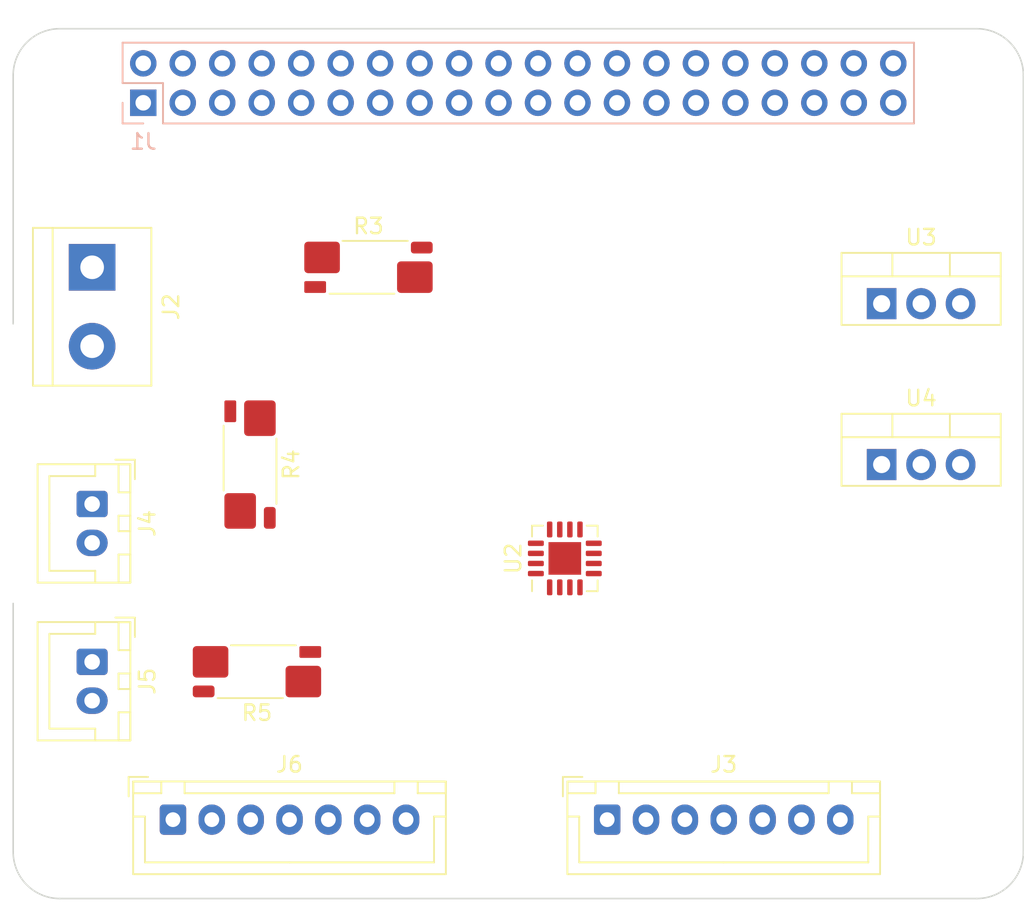
<source format=kicad_pcb>
(kicad_pcb (version 20211014) (generator pcbnew)
  (title_block (date "15 nov 2012"))
  (layers (0 "F.Cu" signal) (31 "B.Cu" signal) (34 "B.Paste" user) (35 "F.Paste" user) (36 "B.SilkS" user "B.Silkscreen") (37 "F.SilkS" user "F.Silkscreen") (38 "B.Mask" user) (39 "F.Mask" user) (44 "Edge.Cuts" user))
  (net 0 "")
  (net 1 "GND")
  (net 2 "/GPIO[2]{slash}SDA1")
  (net 3 "/GPIO[3]{slash}SCL1")
  (net 4 "/GPIO[4]{slash}GPCLK0")
  (net 5 "/GPIO[14]{slash}TXD0")
  (net 6 "/GPIO[15]{slash}RXD0")
  (net 7 "/DRV_ENA")
  (net 8 "/GPIO[18]{slash}PCM.CLK")
  (net 9 "/DRV_IN_1")
  (net 10 "/GPIO[22]")
  (net 11 "/GPIO[23]")
  (net 12 "/GPIO[24]")
  (net 13 "/GPIO[10]{slash}SPI0.MOSI")
  (net 14 "/GPIO[9]{slash}SPI0.MISO")
  (net 15 "/GPIO[25]")
  (net 16 "/GPIO[11]{slash}SPI0.SCLK")
  (net 17 "/GPIO[8]{slash}SPI0.CE0")
  (net 18 "/GPIO[7]{slash}SPI0.CE1")
  (net 19 "/ID_SDA")
  (net 20 "/ID_SCL")
  (net 21 "/GPIO[5]")
  (net 22 "/GPIO[6]")
  (net 23 "/GPIO[12]{slash}PWM0")
  (net 24 "/DRV_IN_3_2")
  (net 25 "/DRV_IN_4_2")
  (net 26 "/GPIO[16]")
  (net 27 "/DRV_ENB_2")
  (net 28 "/GPIO[20]{slash}PCM.DIN")
  (net 29 "/GPIO[21]{slash}PCM.DOUT")
  (net 30 "+5V")
  (net 31 "+3V3")
  (net 32 "Net-(J2-Pad1)")
  (net 33 "Net-(J4-Pad1)")
  (net 34 "Net-(J5-Pad1)")
  (net 35 "Net-(R3-Pad2)")
  (net 36 "Net-(R3-Pad3)")
  (net 37 "Net-(R3-Pad4)")
  (net 38 "Net-(R4-Pad2)")
  (net 39 "Net-(R4-Pad3)")
  (net 40 "Net-(R5-Pad2)")
  (net 41 "Net-(R5-Pad3)")
  (footprint "Package_DFN_QFN:Texas_RGV_S-PVQFN-N16_EP2.1x2.1mm" (layer "F.Cu") (at 135.494 78.102 90)
    (fp_text reference "U2" (at 0 -3.32 90) (layer "F.SilkS"))
    (fp_text value "INA3221")
    (fp_line (start -1.41 2.11) (end -2.11 2.11) (layer "F.SilkS") (width 0.12))
    (fp_line (start -2.11 2.11) (end -2.11 1.41) (layer "F.SilkS") (width 0.12))
    (fp_line (start 2.11 -2.11) (end 2.11 -1.41) (layer "F.SilkS") (width 0.12))
    (fp_line (start 1.41 -2.11) (end 2.11 -2.11) (layer "F.SilkS") (width 0.12))
    (fp_line (start 1.41 2.11) (end 2.11 2.11) (layer "F.SilkS") (width 0.12))
    (fp_line (start -1.41 -2.11) (end -2.11 -2.11) (layer "F.SilkS") (width 0.12))
    (fp_line (start 2.11 2.11) (end 2.11 1.41) (layer "F.SilkS") (width 0.12))
    (pad "1" smd roundrect (at -1.8625 -0.975 90) (size 1.025 0.35) (layers "F.Cu" "F.Paste" "F.Mask") (net 36 "Net-(R3-Pad3)"))
    (pad "2" smd roundrect (at -1.8625 -0.325 90) (size 1.025 0.35) (layers "F.Cu" "F.Paste" "F.Mask") (net 35 "Net-(R3-Pad2)"))
    (pad "3" smd roundrect (at -1.8625 0.325 90) (size 1.025 0.35) (layers "F.Cu" "F.Paste" "F.Mask") (net 1 "GND"))
    (pad "4" smd roundrect (at -1.8625 0.975 90) (size 1.025 0.35) (layers "F.Cu" "F.Paste" "F.Mask"))
    (pad "5" smd roundrect (at -0.975 1.8625 90) (size 0.35 1.025) (layers "F.Cu" "F.Paste" "F.Mask"))
    (pad "6" smd roundrect (at -0.325 1.8625 90) (size 0.35 1.025) (layers "F.Cu" "F.Paste" "F.Mask"))
    (pad "7" smd roundrect (at 0.325 1.8625 90) (size 0.35 1.025) (layers "F.Cu" "F.Paste" "F.Mask"))
    (pad "8" smd roundrect (at 0.975 1.8625 90) (size 0.35 1.025) (layers "F.Cu" "F.Paste" "F.Mask"))
    (pad "9" smd roundrect (at 1.8625 0.975 90) (size 1.025 0.35) (layers "F.Cu" "F.Paste" "F.Mask"))
    (pad "10" smd roundrect (at 1.8625 0.325 90) (size 1.025 0.35) (layers "F.Cu" "F.Paste" "F.Mask"))
    (pad "11" smd roundrect (at 1.8625 -0.325 90) (size 1.025 0.35) (layers "F.Cu" "F.Paste" "F.Mask") (net 39 "Net-(R4-Pad3)"))
    (pad "12" smd roundrect (at 1.8625 -0.975 90) (size 1.025 0.35) (layers "F.Cu" "F.Paste" "F.Mask") (net 38 "Net-(R4-Pad2)"))
    (pad "13" smd roundrect (at 0.975 -1.8625 90) (size 0.35 1.025) (layers "F.Cu" "F.Paste" "F.Mask"))
    (pad "14" smd roundrect (at 0.325 -1.8625 90) (size 0.35 1.025) (layers "F.Cu" "F.Paste" "F.Mask") (net 41 "Net-(R5-Pad3)"))
    (pad "15" smd roundrect (at -0.325 -1.8625 90) (size 0.35 1.025) (layers "F.Cu" "F.Paste" "F.Mask") (net 40 "Net-(R5-Pad2)"))
    (pad "16" smd roundrect (at -0.975 -1.8625 90) (size 0.35 1.025) (layers "F.Cu" "F.Paste" "F.Mask") (net 32 "Net-(J2-Pad1)"))
    (pad "17" smd rect (at 0 0 90) (size 2.1 2.1) (layers "F.Cu" "F.Mask"))
  )
  (footprint "MountingHole:MountingHole_2.7mm_M2.5" (layer "F.Cu") (at 161.5 47.5)
    (fp_text reference "MH2" hide)
    (fp_text value "MountingHole_2.7mm_M2.5" hide)
    (pad "" np_thru_hole circle locked (at 0 0) (size 2.7 2.7) (drill 2.7) (layers *.Cu *.Mask))
  )
  (footprint "Resistor_SMD:R_Shunt_Vishay_WSK2512_6332Metric_T1.19mm" (layer "F.Cu") (at 115.685 85.395 180)
    (fp_text reference "R5" (at 0 -2.65) (layer "F.SilkS"))
    (fp_text value "R_Shunt")
    (fp_line (start -2.5 1.7) (end 1.67 1.7) (layer "F.SilkS") (width 0.12))
    (fp_line (start -1.67 -1.7) (end 2.53 -1.7) (layer "F.SilkS") (width 0.12))
    (pad "1" smd roundrect (at -2.985 -0.635 180) (size 2.29 2.03) (layers "F.Cu" "F.Paste" "F.Mask") (roundrect_rratio 0.12) (net 32 "Net-(J2-Pad1)"))
    (pad "2" smd roundrect (at -3.43 1.27 180) (size 1.4 0.76) (layers "F.Cu" "F.Paste" "F.Mask") (roundrect_rratio 0.12) (net 40 "Net-(R5-Pad2)"))
    (pad "3" smd roundrect (at 3.43 -1.27 180) (size 1.4 0.76) (layers "F.Cu" "F.Paste" "F.Mask") (net 41 "Net-(R5-Pad3)"))
    (pad "4" smd roundrect (at 2.985 0.635 180) (size 2.29 2.03) (layers "F.Cu" "F.Paste" "F.Mask") (roundrect_rratio 0.12) (net 34 "Net-(J5-Pad1)"))
  )
  (footprint "Resistor_SMD:R_Shunt_Vishay_WSK2512_6332Metric_T1.19mm" (layer "F.Cu") (at 122.86 59.36)
    (fp_text reference "R3" (at 0 -2.65) (layer "F.SilkS"))
    (fp_text value "R_Shunt")
    (fp_line (start -1.67 -1.7) (end 2.53 -1.7) (layer "F.SilkS") (width 0.12))
    (fp_line (start -2.5 1.7) (end 1.67 1.7) (layer "F.SilkS") (width 0.12))
    (pad "1" smd roundrect (at -2.985 -0.635) (size 2.29 2.03) (layers "F.Cu" "F.Paste" "F.Mask") (roundrect_rratio 0.12) (net 32 "Net-(J2-Pad1)"))
    (pad "2" smd roundrect (at -3.43 1.27) (size 1.4 0.76) (layers "F.Cu" "F.Paste" "F.Mask") (roundrect_rratio 0.12) (net 35 "Net-(R3-Pad2)"))
    (pad "3" smd roundrect (at 3.43 -1.27) (size 1.4 0.76) (layers "F.Cu" "F.Paste" "F.Mask") (net 36 "Net-(R3-Pad3)"))
    (pad "4" smd roundrect (at 2.985 0.635) (size 2.29 2.03) (layers "F.Cu" "F.Paste" "F.Mask") (roundrect_rratio 0.12) (net 37 "Net-(R3-Pad4)"))
  )
  (footprint "Connector_JST:JST_XH_B2B-XH-A_1x02_P2.50mm_Vertical" (layer "F.Cu") (at 105.08 74.6 -90)
    (fp_text reference "J4" (at 1.25 -3.55 90) (layer "F.SilkS"))
    (fp_text value "Conn_01x02")
    (fp_line (start 5.06 3.51) (end 5.06 -2.46) (layer "F.SilkS") (width 0.12))
    (fp_line (start -2.85 -2.75) (end -2.85 -1.5) (layer "F.SilkS") (width 0.12))
    (fp_line (start 5.06 -2.46) (end -2.56 -2.46) (layer "F.SilkS") (width 0.12))
    (fp_line (start -0.75 -1.7) (end -0.75 -2.45) (layer "F.SilkS") (width 0.12))
    (fp_line (start 3.25 -2.45) (end 3.25 -1.7) (layer "F.SilkS") (width 0.12))
    (fp_line (start 4.3 2.75) (end 1.25 2.75) (layer "F.SilkS") (width 0.12))
    (fp_line (start 3.25 -1.7) (end 5.05 -1.7) (layer "F.SilkS") (width 0.12))
    (fp_line (start -2.56 -2.46) (end -2.56 3.51) (layer "F.SilkS") (width 0.12))
    (fp_line (start 0.75 -2.45) (end 0.75 -1.7) (layer "F.SilkS") (width 0.12))
    (fp_line (start -2.55 -0.2) (end -1.8 -0.2) (layer "F.SilkS") (width 0.12))
    (fp_line (start -1.8 2.75) (end 1.25 2.75) (layer "F.SilkS") (width 0.12))
    (fp_line (start 5.05 -0.2) (end 4.3 -0.2) (layer "F.SilkS") (width 0.12))
    (fp_line (start 4.3 -0.2) (end 4.3 2.75) (layer "F.SilkS") (width 0.12))
    (fp_line (start 1.75 -2.45) (end 0.75 -2.45) (layer "F.SilkS") (width 0.12))
    (fp_line (start 1.75 -1.7) (end 1.75 -2.45) (layer "F.SilkS") (width 0.12))
    (fp_line (start -2.55 -2.45) (end -2.55 -1.7) (layer "F.SilkS") (width 0.12))
    (fp_line (start -2.55 -1.7) (end -0.75 -1.7) (layer "F.SilkS") (width 0.12))
    (fp_line (start -1.8 -0.2) (end -1.8 2.75) (layer "F.SilkS") (width 0.12))
    (fp_line (start -2.56 3.51) (end 5.06 3.51) (layer "F.SilkS") (width 0.12))
    (fp_line (start -0.75 -2.45) (end -2.55 -2.45) (layer "F.SilkS") (width 0.12))
    (fp_line (start 0.75 -1.7) (end 1.75 -1.7) (layer "F.SilkS") (width 0.12))
    (fp_line (start 5.05 -2.45) (end 3.25 -2.45) (layer "F.SilkS") (width 0.12))
    (fp_line (start -1.6 -2.75) (end -2.85 -2.75) (layer "F.SilkS") (width 0.12))
    (fp_line (start 5.05 -1.7) (end 5.05 -2.45) (layer "F.SilkS") (width 0.12))
    (pad "1" thru_hole roundrect (at 0 0 270) (size 1.7 2) (drill 1) (layers *.Cu *.Mask) (roundrect_rratio 0.147059) (net 33 "Net-(J4-Pad1)"))
    (pad "2" thru_hole oval (at 2.5 0 270) (size 1.7 2) (drill 1) (layers *.Cu *.Mask) (net 1 "GND"))
  )
  (footprint "Resistor_SMD:R_Shunt_Vishay_WSK2512_6332Metric_T1.19mm" (layer "F.Cu") (at 115.24 72.06 -90)
    (fp_text reference "R4" (at 0 -2.65 90) (layer "F.SilkS"))
    (fp_text value "R_Shunt")
    (fp_line (start -2.5 1.7) (end 1.67 1.7) (layer "F.SilkS") (width 0.12))
    (fp_line (start -1.67 -1.7) (end 2.53 -1.7) (layer "F.SilkS") (width 0.12))
    (pad "1" smd roundrect (at -2.985 -0.635 270) (size 2.29 2.03) (layers "F.Cu" "F.Paste" "F.Mask") (roundrect_rratio 0.12) (net 32 "Net-(J2-Pad1)"))
    (pad "2" smd roundrect (at -3.43 1.27 270) (size 1.4 0.76) (layers "F.Cu" "F.Paste" "F.Mask") (roundrect_rratio 0.12) (net 38 "Net-(R4-Pad2)"))
    (pad "3" smd roundrect (at 3.43 -1.27 270) (size 1.4 0.76) (layers "F.Cu" "F.Paste" "F.Mask") (net 39 "Net-(R4-Pad3)"))
    (pad "4" smd roundrect (at 2.985 0.635 270) (size 2.29 2.03) (layers "F.Cu" "F.Paste" "F.Mask") (roundrect_rratio 0.12) (net 33 "Net-(J4-Pad1)"))
  )
  (footprint "MountingHole:MountingHole_2.7mm_M2.5" (layer "F.Cu") (at 103.5 96.5)
    (fp_text reference "MH3" hide)
    (fp_text value "MountingHole_2.7mm_M2.5" hide)
    (pad "" np_thru_hole circle locked (at 0 0) (size 2.7 2.7) (drill 2.7) (layers *.Cu *.Mask))
  )
  (footprint "MountingHole:MountingHole_2.7mm_M2.5" (layer "F.Cu") (at 103.5 47.5)
    (fp_text reference "MH1" hide)
    (fp_text value "MountingHole_2.7mm_M2.5" hide)
    (pad "" np_thru_hole circle locked (at 0 0) (size 2.7 2.7) (drill 2.7) (layers *.Cu *.Mask))
  )
  (footprint "Package_TO_SOT_THT:TO-220-3_Vertical" (layer "F.Cu") (at 155.88 72.06)
    (fp_text reference "U4" (at 2.54 -4.27) (layer "F.SilkS"))
    (fp_text value "LM7805_TO220")
    (fp_line (start 0.69 -3.27) (end 0.69 -1.76) (layer "F.SilkS") (width 0.12))
    (fp_line (start -2.58 -3.27) (end 7.66 -3.27) (layer "F.SilkS") (width 0.12))
    (fp_line (start 7.66 -3.27) (end 7.66 1.371) (layer "F.SilkS") (width 0.12))
    (fp_line (start 4.391 -3.27) (end 4.391 -1.76) (layer "F.SilkS") (width 0.12))
    (fp_line (start -2.58 -1.76) (end 7.66 -1.76) (layer "F.SilkS") (width 0.12))
    (fp_line (start -2.58 -3.27) (end -2.58 1.371) (layer "F.SilkS") (width 0.12))
    (fp_line (start -2.58 1.371) (end 7.66 1.371) (layer "F.SilkS") (width 0.12))
    (pad "1" thru_hole rect (at 0 0) (size 1.905 2) (drill 1.1) (layers *.Cu *.Mask) (net 37 "Net-(R3-Pad4)"))
    (pad "2" thru_hole oval (at 2.54 0) (size 1.905 2) (drill 1.1) (layers *.Cu *.Mask) (net 1 "GND"))
    (pad "3" thru_hole oval (at 5.08 0) (size 1.905 2) (drill 1.1) (layers *.Cu *.Mask) (net 30 "+5V"))
  )
  (footprint "Package_TO_SOT_THT:TO-220-3_Vertical" (layer "F.Cu") (at 155.88 61.702)
    (fp_text reference "U3" (at 2.54 -4.27) (layer "F.SilkS"))
    (fp_text value "LM7805_TO220")
    (fp_line (start -2.58 -3.27) (end 7.66 -3.27) (layer "F.SilkS") (width 0.12))
    (fp_line (start -2.58 -1.76) (end 7.66 -1.76) (layer "F.SilkS") (width 0.12))
    (fp_line (start 0.69 -3.27) (end 0.69 -1.76) (layer "F.SilkS") (width 0.12))
    (fp_line (start 7.66 -3.27) (end 7.66 1.371) (layer "F.SilkS") (width 0.12))
    (fp_line (start -2.58 1.371) (end 7.66 1.371) (layer "F.SilkS") (width 0.12))
    (fp_line (start -2.58 -3.27) (end -2.58 1.371) (layer "F.SilkS") (width 0.12))
    (fp_line (start 4.391 -3.27) (end 4.391 -1.76) (layer "F.SilkS") (width 0.12))
    (pad "1" thru_hole rect (at 0 0) (size 1.905 2) (drill 1.1) (layers *.Cu *.Mask) (net 37 "Net-(R3-Pad4)"))
    (pad "2" thru_hole oval (at 2.54 0) (size 1.905 2) (drill 1.1) (layers *.Cu *.Mask) (net 1 "GND"))
    (pad "3" thru_hole oval (at 5.08 0) (size 1.905 2) (drill 1.1) (layers *.Cu *.Mask) (net 30 "+5V"))
  )
  (footprint "MountingHole:MountingHole_2.7mm_M2.5" (layer "F.Cu") (at 161.5 96.5)
    (fp_text reference "MH4" hide)
    (fp_text value "MountingHole_2.7mm_M2.5" hide)
    (pad "" np_thru_hole circle locked (at 0 0) (size 2.7 2.7) (drill 2.7) (layers *.Cu *.Mask))
  )
  (footprint "Connector_JST:JST_XH_B7B-XH-A_1x07_P2.50mm_Vertical" (layer "F.Cu") (at 138.22 94.92)
    (fp_text reference "J3" (at 7.5 -3.55) (layer "F.SilkS"))
    (fp_text value "Conn_01x07")
    (fp_line (start 17.55 -1.7) (end 17.55 -2.45) (layer "F.SilkS") (width 0.12))
    (fp_line (start 0.75 -2.45) (end 0.75 -1.7) (layer "F.SilkS") (width 0.12))
    (fp_line (start -2.56 3.51) (end 17.56 3.51) (layer "F.SilkS") (width 0.12))
    (fp_line (start -2.55 -1.7) (end -0.75 -1.7) (layer "F.SilkS") (width 0.12))
    (fp_line (start -2.55 -0.2) (end -1.8 -0.2) (layer "F.SilkS") (width 0.12))
    (fp_line (start -2.55 -2.45) (end -2.55 -1.7) (layer "F.SilkS") (width 0.12))
    (fp_line (start 17.55 -0.2) (end 16.8 -0.2) (layer "F.SilkS") (width 0.12))
    (fp_line (start 14.25 -2.45) (end 0.75 -2.45) (layer "F.SilkS") (width 0.12))
    (fp_line (start 17.56 -2.46) (end -2.56 -2.46) (layer "F.SilkS") (width 0.12))
    (fp_line (start -2.85 -2.75) (end -2.85 -1.5) (layer "F.SilkS") (width 0.12))
    (fp_line (start 17.56 3.51) (end 17.56 -2.46) (layer "F.SilkS") (width 0.12))
    (fp_line (start 15.75 -2.45) (end 15.75 -1.7) (layer "F.SilkS") (width 0.12))
    (fp_line (start -1.6 -2.75) (end -2.85 -2.75) (layer "F.SilkS") (width 0.12))
    (fp_line (start -0.75 -1.7) (end -0.75 -2.45) (layer "F.SilkS") (width 0.12))
    (fp_line (start 16.8 -0.2) (end 16.8 2.75) (layer "F.SilkS") (width 0.12))
    (fp_line (start -2.56 -2.46) (end -2.56 3.51) (layer "F.SilkS") (width 0.12))
    (fp_line (start 16.8 2.75) (end 7.5 2.75) (layer "F.SilkS") (width 0.12))
    (fp_line (start -1.8 2.75) (end 7.5 2.75) (layer "F.SilkS") (width 0.12))
    (fp_line (start -1.8 -0.2) (end -1.8 2.75) (layer "F.SilkS") (width 0.12))
    (fp_line (start 15.75 -1.7) (end 17.55 -1.7) (layer "F.SilkS") (width 0.12))
    (fp_line (start 0.75 -1.7) (end 14.25 -1.7) (layer "F.SilkS") (width 0.12))
    (fp_line (start 14.25 -1.7) (end 14.25 -2.45) (layer "F.SilkS") (width 0.12))
    (fp_line (start -0.75 -2.45) (end -2.55 -2.45) (layer "F.SilkS") (width 0.12))
    (fp_line (start 17.55 -2.45) (end 15.75 -2.45) (layer "F.SilkS") (width 0.12))
    (pad "1" thru_hole roundrect (at 0 0) (size 1.7 1.95) (drill 0.95) (layers *.Cu *.Mask) (roundrect_rratio 0.147059) (net 7 "/DRV_ENA"))
    (pad "2" thru_hole oval (at 2.5 0) (size 1.7 1.95) (drill 0.95) (layers *.Cu *.Mask) (net 9 "/DRV_IN_1"))
    (pad "3" thru_hole oval (at 5 0) (size 1.7 1.95) (drill 0.95) (layers *.Cu *.Mask) (net 10 "/GPIO[22]"))
    (pad "4" thru_hole oval (at 7.5 0) (size 1.7 1.95) (drill 0.95) (layers *.Cu *.Mask) (net 13 "/GPIO[10]{slash}SPI0.MOSI"))
    (pad "5" thru_hole oval (at 10 0) (size 1.7 1.95) (drill 0.95) (layers *.Cu *.Mask) (net 14 "/GPIO[9]{slash}SPI0.MISO"))
    (pad "6" thru_hole oval (at 12.5 0) (size 1.7 1.95) (drill 0.95) (layers *.Cu *.Mask) (net 16 "/GPIO[11]{slash}SPI0.SCLK"))
    (pad "7" thru_hole oval (at 15 0) (size 1.7 1.95) (drill 0.95) (layers *.Cu *.Mask) (net 1 "GND"))
  )
  (footprint "TerminalBlock:TerminalBlock_bornier-2_P5.08mm" (layer "F.Cu") (at 105.08 59.36 -90)
    (fp_text reference "J2" (at 2.54 -5.08 90) (layer "F.SilkS"))
    (fp_text value "Conn_01x02")
    (fp_line (start 7.62 -3.81) (end -2.54 -3.81) (layer "F.SilkS") (width 0.12))
    (fp_line (start -2.54 3.81) (end 7.62 3.81) (layer "F.SilkS") (width 0.12))
    (fp_line (start 7.62 2.54) (end -2.54 2.54) (layer "F.SilkS") (width 0.12))
    (fp_line (start -2.54 -3.81) (end -2.54 3.81) (layer "F.SilkS") (width 0.12))
    (fp_line (start 7.62 3.81) (end 7.62 -3.81) (layer "F.SilkS") (width 0.12))
    (pad "1" thru_hole rect (at 0 0 270) (size 3 3) (drill 1.52) (layers *.Cu *.Mask) (net 32 "Net-(J2-Pad1)"))
    (pad "2" thru_hole circle (at 5.08 0 270) (size 3 3) (drill 1.52) (layers *.Cu *.Mask) (net 1 "GND"))
  )
  (footprint "Connector_JST:JST_XH_B7B-XH-A_1x07_P2.50mm_Vertical" (layer "F.Cu") (at 110.28 94.92)
    (fp_text reference "J6" (at 7.5 -3.55) (layer "F.SilkS"))
    (fp_text value "Conn_01x07")
    (fp_line (start 17.55 -1.7) (end 17.55 -2.45) (layer "F.SilkS") (width 0.12))
    (fp_line (start 0.75 -2.45) (end 0.75 -1.7) (layer "F.SilkS") (width 0.12))
    (fp_line (start -2.55 -2.45) (end -2.55 -1.7) (layer "F.SilkS") (width 0.12))
    (fp_line (start 17.56 -2.46) (end -2.56 -2.46) (layer "F.SilkS") (width 0.12))
    (fp_line (start -2.55 -1.7) (end -0.75 -1.7) (layer "F.SilkS") (width 0.12))
    (fp_line (start -2.85 -2.75) (end -2.85 -1.5) (layer "F.SilkS") (width 0.12))
    (fp_line (start 15.75 -2.45) (end 15.75 -1.7) (layer "F.SilkS") (width 0.12))
    (fp_line (start -2.56 3.51) (end 17.56 3.51) (layer "F.SilkS") (width 0.12))
    (fp_line (start -2.55 -0.2) (end -1.8 -0.2) (layer "F.SilkS") (width 0.12))
    (fp_line (start -1.8 -0.2) (end -1.8 2.75) (layer "F.SilkS") (width 0.12))
    (fp_line (start 16.8 2.75) (end 7.5 2.75) (layer "F.SilkS") (width 0.12))
    (fp_line (start 17.56 3.51) (end 17.56 -2.46) (layer "F.SilkS") (width 0.12))
    (fp_line (start 0.75 -1.7) (end 14.25 -1.7) (layer "F.SilkS") (width 0.12))
    (fp_line (start -0.75 -2.45) (end -2.55 -2.45) (layer "F.SilkS") (width 0.12))
    (fp_line (start 17.55 -2.45) (end 15.75 -2.45) (layer "F.SilkS") (width 0.12))
    (fp_line (start -2.56 -2.46) (end -2.56 3.51) (layer "F.SilkS") (width 0.12))
    (fp_line (start -1.6 -2.75) (end -2.85 -2.75) (layer "F.SilkS") (width 0.12))
    (fp_line (start 17.55 -0.2) (end 16.8 -0.2) (layer "F.SilkS") (width 0.12))
    (fp_line (start 14.25 -2.45) (end 0.75 -2.45) (layer "F.SilkS") (width 0.12))
    (fp_line (start 15.75 -1.7) (end 17.55 -1.7) (layer "F.SilkS") (width 0.12))
    (fp_line (start 14.25 -1.7) (end 14.25 -2.45) (layer "F.SilkS") (width 0.12))
    (fp_line (start -1.8 2.75) (end 7.5 2.75) (layer "F.SilkS") (width 0.12))
    (fp_line (start -0.75 -1.7) (end -0.75 -2.45) (layer "F.SilkS") (width 0.12))
    (fp_line (start 16.8 -0.2) (end 16.8 2.75) (layer "F.SilkS") (width 0.12))
    (pad "1" thru_hole roundrect (at 0 0) (size 1.7 1.95) (drill 0.95) (layers *.Cu *.Mask) (roundrect_rratio 0.147059) (net 26 "/GPIO[16]"))
    (pad "2" thru_hole oval (at 2.5 0) (size 1.7 1.95) (drill 0.95) (layers *.Cu *.Mask) (net 28 "/GPIO[20]{slash}PCM.DIN"))
    (pad "3" thru_hole oval (at 5 0) (size 1.7 1.95) (drill 0.95) (layers *.Cu *.Mask) (net 29 "/GPIO[21]{slash}PCM.DOUT"))
    (pad "4" thru_hole oval (at 7.5 0) (size 1.7 1.95) (drill 0.95) (layers *.Cu *.Mask) (net 24 "/DRV_IN_3_2"))
    (pad "5" thru_hole oval (at 10 0) (size 1.7 1.95) (drill 0.95) (layers *.Cu *.Mask) (net 25 "/DRV_IN_4_2"))
    (pad "6" thru_hole oval (at 12.5 0) (size 1.7 1.95) (drill 0.95) (layers *.Cu *.Mask) (net 27 "/DRV_ENB_2"))
    (pad "7" thru_hole oval (at 15 0) (size 1.7 1.95) (drill 0.95) (layers *.Cu *.Mask) (net 1 "GND"))
  )
  (footprint "Connector_JST:JST_XH_B2B-XH-A_1x02_P2.50mm_Vertical" (layer "F.Cu") (at 105.08 84.76 -90)
    (fp_text reference "J5" (at 1.25 -3.55 90) (layer "F.SilkS"))
    (fp_text value "Conn_01x02")
    (fp_line (start -2.55 -1.7) (end -0.75 -1.7) (layer "F.SilkS") (width 0.12))
    (fp_line (start -0.75 -1.7) (end -0.75 -2.45) (layer "F.SilkS") (width 0.12))
    (fp_line (start -1.8 -0.2) (end -1.8 2.75) (layer "F.SilkS") (width 0.12))
    (fp_line (start 0.75 -2.45) (end 0.75 -1.7) (layer "F.SilkS") (width 0.12))
    (fp_line (start 5.06 3.51) (end 5.06 -2.46) (layer "F.SilkS") (width 0.12))
    (fp_line (start -2.55 -0.2) (end -1.8 -0.2) (layer "F.SilkS") (width 0.12))
    (fp_line (start 5.05 -2.45) (end 3.25 -2.45) (layer "F.SilkS") (width 0.12))
    (fp_line (start 4.3 -0.2) (end 4.3 2.75) (layer "F.SilkS") (width 0.12))
    (fp_line (start 4.3 2.75) (end 1.25 2.75) (layer "F.SilkS") (width 0.12))
    (fp_line (start 3.25 -2.45) (end 3.25 -1.7) (layer "F.SilkS") (width 0.12))
    (fp_line (start -2.56 -2.46) (end -2.56 3.51) (layer "F.SilkS") (width 0.12))
    (fp_line (start 5.06 -2.46) (end -2.56 -2.46) (layer "F.SilkS") (width 0.12))
    (fp_line (start 1.75 -1.7) (end 1.75 -2.45) (layer "F.SilkS") (width 0.12))
    (fp_line (start -2.85 -2.75) (end -2.85 -1.5) (layer "F.SilkS") (width 0.12))
    (fp_line (start 3.25 -1.7) (end 5.05 -1.7) (layer "F.SilkS") (width 0.12))
    (fp_line (start 1.75 -2.45) (end 0.75 -2.45) (layer "F.SilkS") (width 0.12))
    (fp_line (start 5.05 -0.2) (end 4.3 -0.2) (layer "F.SilkS") (width 0.12))
    (fp_line (start -2.56 3.51) (end 5.06 3.51) (layer "F.SilkS") (width 0.12))
    (fp_line (start -0.75 -2.45) (end -2.55 -2.45) (layer "F.SilkS") (width 0.12))
    (fp_line (start -1.8 2.75) (end 1.25 2.75) (layer "F.SilkS") (width 0.12))
    (fp_line (start -1.6 -2.75) (end -2.85 -2.75) (layer "F.SilkS") (width 0.12))
    (fp_line (start 5.05 -1.7) (end 5.05 -2.45) (layer "F.SilkS") (width 0.12))
    (fp_line (start -2.55 -2.45) (end -2.55 -1.7) (layer "F.SilkS") (width 0.12))
    (fp_line (start 0.75 -1.7) (end 1.75 -1.7) (layer "F.SilkS") (width 0.12))
    (pad "1" thru_hole roundrect (at 0 0 270) (size 1.7 2) (drill 1) (layers *.Cu *.Mask) (roundrect_rratio 0.147059) (net 34 "Net-(J5-Pad1)"))
    (pad "2" thru_hole oval (at 2.5 0 270) (size 1.7 2) (drill 1) (layers *.Cu *.Mask) (net 1 "GND"))
  )
  (footprint "Connector_PinSocket_2.54mm:PinSocket_2x20_P2.54mm_Vertical" (layer "B.Cu") (at 108.37 48.77 -90)
    (fp_text reference "J1" (at 2.5 0) (layer "B.SilkS") (effects (justify mirror)))
    (fp_text value "GPIO")
    (fp_line (start 1.33 -1.27) (end 1.33 -49.59) (layer "B.SilkS") (width 0.12))
    (fp_line (start -1.27 -1.27) (end 1.33 -1.27) (layer "B.SilkS") (width 0.12))
    (fp_line (start -3.87 1.33) (end -3.87 -49.59) (layer "B.SilkS") (width 0.12))
    (fp_line (start -3.87 -49.59) (end 1.33 -49.59) (layer "B.SilkS") (width 0.12))
    (fp_line (start 0 1.33) (end 1.33 1.33) (layer "B.SilkS") (width 0.12))
    (fp_line (start -3.87 1.33) (end -1.27 1.33) (layer "B.SilkS") (width 0.12))
    (fp_line (start 1.33 1.33) (end 1.33 0) (layer "B.SilkS") (width 0.12))
    (fp_line (start -1.27 1.33) (end -1.27 -1.27) (layer "B.SilkS") (width 0.12))
    (pad "1" thru_hole rect locked (at 0 0 270) (size 1.7 1.7) (drill 1) (layers *.Cu *.Mask) (net 31 "+3V3"))
    (pad "2" thru_hole oval locked (at -2.54 0 270) (size 1.7 1.7) (drill 1) (layers *.Cu *.Mask) (net 30 "+5V"))
    (pad "3" thru_hole oval locked (at 0 -2.54 270) (size 1.7 1.7) (drill 1) (layers *.Cu *.Mask) (net 2 "/GPIO[2]{slash}SDA1"))
    (pad "4" thru_hole oval locked (at -2.54 -2.54 270) (size 1.7 1.7) (drill 1) (layers *.Cu *.Mask) (net 30 "+5V"))
    (pad "5" thru_hole oval locked (at 0 -5.08 270) (size 1.7 1.7) (drill 1) (layers *.Cu *.Mask) (net 3 "/GPIO[3]{slash}SCL1"))
    (pad "6" thru_hole oval locked (at -2.54 -5.08 270) (size 1.7 1.7) (drill 1) (layers *.Cu *.Mask) (net 1 "GND"))
    (pad "7" thru_hole oval locked (at 0 -7.62 270) (size 1.7 1.7) (drill 1) (layers *.Cu *.Mask) (net 4 "/GPIO[4]{slash}GPCLK0"))
    (pad "8" thru_hole oval locked (at -2.54 -7.62 270) (size 1.7 1.7) (drill 1) (layers *.Cu *.Mask) (net 5 "/GPIO[14]{slash}TXD0"))
    (pad "9" thru_hole oval locked (at 0 -10.16 270) (size 1.7 1.7) (drill 1) (layers *.Cu *.Mask) (net 1 "GND"))
    (pad "10" thru_hole oval locked (at -2.54 -10.16 270) (size 1.7 1.7) (drill 1) (layers *.Cu *.Mask) (net 6 "/GPIO[15]{slash}RXD0"))
    (pad "11" thru_hole oval locked (at 0 -12.7 270) (size 1.7 1.7) (drill 1) (layers *.Cu *.Mask) (net 7 "/DRV_ENA"))
    (pad "12" thru_hole oval locked (at -2.54 -12.7 270) (size 1.7 1.7) (drill 1) (layers *.Cu *.Mask) (net 8 "/GPIO[18]{slash}PCM.CLK"))
    (pad "13" thru_hole oval locked (at 0 -15.24 270) (size 1.7 1.7) (drill 1) (layers *.Cu *.Mask) (net 9 "/DRV_IN_1"))
    (pad "14" thru_hole oval locked (at -2.54 -15.24 270) (size 1.7 1.7) (drill 1) (layers *.Cu *.Mask) (net 1 "GND"))
    (pad "15" thru_hole oval locked (at 0 -17.78 270) (size 1.7 1.7) (drill 1) (layers *.Cu *.Mask) (net 10 "/GPIO[22]"))
    (pad "16" thru_hole oval locked (at -2.54 -17.78 270) (size 1.7 1.7) (drill 1) (layers *.Cu *.Mask) (net 11 "/GPIO[23]"))
    (pad "17" thru_hole oval locked (at 0 -20.32 270) (size 1.7 1.7) (drill 1) (layers *.Cu *.Mask) (net 31 "+3V3"))
    (pad "18" thru_hole oval locked (at -2.54 -20.32 270) (size 1.7 1.7) (drill 1) (layers *.Cu *.Mask) (net 12 "/GPIO[24]"))
    (pad "19" thru_hole oval locked (at 0 -22.86 270) (size 1.7 1.7) (drill 1) (layers *.Cu *.Mask) (net 13 "/GPIO[10]{slash}SPI0.MOSI"))
    (pad "20" thru_hole oval locked (at -2.54 -22.86 270) (size 1.7 1.7) (drill 1) (layers *.Cu *.Mask) (net 1 "GND"))
    (pad "21" thru_hole oval locked (at 0 -25.4 270) (size 1.7 1.7) (drill 1) (layers *.Cu *.Mask) (net 14 "/GPIO[9]{slash}SPI0.MISO"))
    (pad "22" thru_hole oval locked (at -2.54 -25.4 270) (size 1.7 1.7) (drill 1) (layers *.Cu *.Mask) (net 15 "/GPIO[25]"))
    (pad "23" thru_hole oval locked (at 0 -27.94 270) (size 1.7 1.7) (drill 1) (layers *.Cu *.Mask) (net 16 "/GPIO[11]{slash}SPI0.SCLK"))
    (pad "24" thru_hole oval locked (at -2.54 -27.94 270) (size 1.7 1.7) (drill 1) (layers *.Cu *.Mask) (net 17 "/GPIO[8]{slash}SPI0.CE0"))
    (pad "25" thru_hole oval locked (at 0 -30.48 270) (size 1.7 1.7) (drill 1) (layers *.Cu *.Mask) (net 1 "GND"))
    (pad "26" thru_hole oval locked (at -2.54 -30.48 270) (size 1.7 1.7) (drill 1) (layers *.Cu *.Mask) (net 18 "/GPIO[7]{slash}SPI0.CE1"))
    (pad "27" thru_hole oval locked (at 0 -33.02 270) (size 1.7 1.7) (drill 1) (layers *.Cu *.Mask) (net 19 "/ID_SDA"))
    (pad "28" thru_hole oval locked (at -2.54 -33.02 270) (size 1.7 1.7) (drill 1) (layers *.Cu *.Mask) (net 20 "/ID_SCL"))
    (pad "29" thru_hole oval locked (at 0 -35.56 270) (size 1.7 1.7) (drill 1) (layers *.Cu *.Mask) (net 21 "/GPIO[5]"))
    (pad "30" thru_hole oval locked (at -2.54 -35.56 270) (size 1.7 1.7) (drill 1) (layers *.Cu *.Mask) (net 1 "GND"))
    (pad "31" thru_hole oval locked (at 0 -38.1 270) (size 1.7 1.7) (drill 1) (layers *.Cu *.Mask) (net 22 "/GPIO[6]"))
    (pad "32" thru_hole oval locked (at -2.54 -38.1 270) (size 1.7 1.7) (drill 1) (layers *.Cu *.Mask) (net 23 "/GPIO[12]{slash}PWM0"))
    (pad "33" thru_hole oval locked (at 0 -40.64 270) (size 1.7 1.7) (drill 1) (layers *.Cu *.Mask) (net 24 "/DRV_IN_3_2"))
    (pad "34" thru_hole oval locked (at -2.54 -40.64 270) (size 1.7 1.7) (drill 1) (layers *.Cu *.Mask) (net 1 "GND"))
    (pad "35" thru_hole oval locked (at 0 -43.18 270) (size 1.7 1.7) (drill 1) (layers *.Cu *.Mask) (net 25 "/DRV_IN_4_2"))
    (pad "36" thru_hole oval locked (at -2.54 -43.18 270) (size 1.7 1.7) (drill 1) (layers *.Cu *.Mask) (net 26 "/GPIO[16]"))
    (pad "37" thru_hole oval locked (at 0 -45.72 270) (size 1.7 1.7) (drill 1) (layers *.Cu *.Mask) (net 27 "/DRV_ENB_2"))
    (pad "38" thru_hole oval locked (at -2.54 -45.72 270) (size 1.7 1.7) (drill 1) (layers *.Cu *.Mask) (net 28 "/GPIO[20]{slash}PCM.DIN"))
    (pad "39" thru_hole oval locked (at 0 -48.26 270) (size 1.7 1.7) (drill 1) (layers *.Cu *.Mask) (net 1 "GND"))
    (pad "40" thru_hole oval locked (at -2.54 -48.26 270) (size 1.7 1.7) (drill 1) (layers *.Cu *.Mask) (net 29 "/GPIO[21]{slash}PCM.DOUT"))
  )
  (gr_arc (start 162 44) (mid 164.12132 44.87868) (end 165 47) (layer "Edge.Cuts") (width 0.1))
  (gr_line (start 165 97) (end 165 47) (layer "Edge.Cuts") (width 0.1))
  (gr_line (start 100 47) (end 100 63) (layer "Edge.Cuts") (width 0.1))
  (gr_arc (start 103 100) (mid 100.87868 99.12132) (end 100 97) (layer "Edge.Cuts") (width 0.1))
  (gr_line (start 103 100) (end 162 100) (layer "Edge.Cuts") (width 0.1))
  (gr_arc (start 165 97) (mid 164.12132 99.12132) (end 162 100) (layer "Edge.Cuts") (width 0.1))
  (gr_arc (start 100 47) (mid 100.87868 44.87868) (end 103 44) (layer "Edge.Cuts") (width 0.1))
  (gr_line (start 100 81) (end 100 97) (layer "Edge.Cuts") (width 0.1))
  (gr_line (start 162 44) (end 103 44) (layer "Edge.Cuts") (width 0.1))
)
</source>
